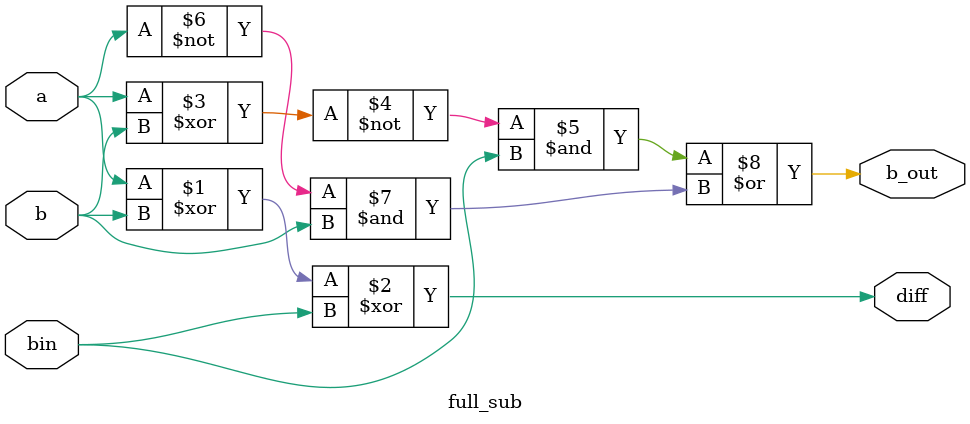
<source format=v>
`timescale 1ns / 1ps

module full_sub(
    input a,
    input b,
    input bin,
    output diff,
    output b_out
    );
    
    assign diff =(a^b)^bin;
    assign b_out=(~(a^b)&bin)|(~a&b);
endmodule

</source>
